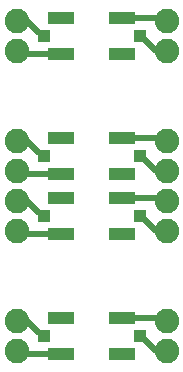
<source format=gbr>
G04 #@! TF.GenerationSoftware,KiCad,Pcbnew,(5.1.5)-3*
G04 #@! TF.CreationDate,2020-05-25T15:33:18-04:00*
G04 #@! TF.ProjectId,vuv4x2,76757634-7832-42e6-9b69-6361645f7063,rev?*
G04 #@! TF.SameCoordinates,Original*
G04 #@! TF.FileFunction,Copper,L2,Bot*
G04 #@! TF.FilePolarity,Positive*
%FSLAX46Y46*%
G04 Gerber Fmt 4.6, Leading zero omitted, Abs format (unit mm)*
G04 Created by KiCad (PCBNEW (5.1.5)-3) date 2020-05-25 15:33:18*
%MOMM*%
%LPD*%
G04 APERTURE LIST*
%ADD10R,2.200000X1.050000*%
%ADD11R,1.000000X1.000000*%
%ADD12C,2.082800*%
%ADD13C,0.508000*%
G04 APERTURE END LIST*
D10*
X101624000Y-62000000D03*
X101624000Y-65000000D03*
D11*
X103124000Y-63500000D03*
D10*
X101624000Y-72160000D03*
X101624000Y-75160000D03*
D11*
X103124000Y-73660000D03*
D10*
X101624000Y-77240000D03*
X101624000Y-80240000D03*
D11*
X103124000Y-78740000D03*
D10*
X101624000Y-87400000D03*
X101624000Y-90400000D03*
D11*
X103124000Y-88900000D03*
D10*
X96496000Y-90400000D03*
X96496000Y-87400000D03*
D11*
X94996000Y-88900000D03*
D10*
X96496000Y-80240000D03*
X96496000Y-77240000D03*
D11*
X94996000Y-78740000D03*
D10*
X96496000Y-75160000D03*
X96496000Y-72160000D03*
D11*
X94996000Y-73660000D03*
D10*
X96496000Y-65000000D03*
X96496000Y-62000000D03*
D11*
X94996000Y-63500000D03*
D12*
X92710000Y-62230000D03*
X92710000Y-64770000D03*
X92710000Y-72390000D03*
X92710000Y-74930000D03*
X105410000Y-74930000D03*
X105410000Y-72390000D03*
X105410000Y-64770000D03*
X105410000Y-62230000D03*
X92710000Y-77470000D03*
X92710000Y-80010000D03*
X92710000Y-87630000D03*
X92710000Y-90170000D03*
X105410000Y-90170000D03*
X105410000Y-87630000D03*
X105410000Y-80010000D03*
X105410000Y-77470000D03*
D13*
X92710000Y-62230000D02*
X93599000Y-62230000D01*
X93599000Y-62230000D02*
X94615000Y-63246000D01*
X94888000Y-65000000D02*
X94864000Y-65024000D01*
X96496000Y-65000000D02*
X94888000Y-65000000D01*
X94864000Y-65024000D02*
X92710000Y-65024000D01*
X92710000Y-72390000D02*
X93599000Y-72390000D01*
X92710000Y-77470000D02*
X93599000Y-77470000D01*
X92710000Y-87630000D02*
X93599000Y-87630000D01*
X96496000Y-75160000D02*
X94888000Y-75160000D01*
X96496000Y-80240000D02*
X94888000Y-80240000D01*
X96496000Y-90400000D02*
X94888000Y-90400000D01*
X93599000Y-72390000D02*
X94615000Y-73406000D01*
X93599000Y-77470000D02*
X94615000Y-78486000D01*
X93599000Y-87630000D02*
X94615000Y-88646000D01*
X94888000Y-75160000D02*
X94864000Y-75184000D01*
X94888000Y-80240000D02*
X94864000Y-80264000D01*
X94888000Y-90400000D02*
X94864000Y-90424000D01*
X94864000Y-75184000D02*
X92710000Y-75184000D01*
X94864000Y-80264000D02*
X92710000Y-80264000D01*
X94864000Y-90424000D02*
X92710000Y-90424000D01*
X105410000Y-90170000D02*
X104521000Y-90170000D01*
X101624000Y-87400000D02*
X103232000Y-87400000D01*
X104521000Y-90170000D02*
X103505000Y-89154000D01*
X103232000Y-87400000D02*
X103256000Y-87376000D01*
X101624000Y-72160000D02*
X103232000Y-72160000D01*
X101624000Y-77240000D02*
X103232000Y-77240000D01*
X103256000Y-87376000D02*
X105410000Y-87376000D01*
X105410000Y-74930000D02*
X104521000Y-74930000D01*
X105410000Y-64770000D02*
X104521000Y-64770000D01*
X105410000Y-80010000D02*
X104521000Y-80010000D01*
X101624000Y-62000000D02*
X103232000Y-62000000D01*
X104521000Y-80010000D02*
X103505000Y-78994000D01*
X104521000Y-74930000D02*
X103505000Y-73914000D01*
X104521000Y-64770000D02*
X103505000Y-63754000D01*
X103232000Y-77240000D02*
X103256000Y-77216000D01*
X103232000Y-72160000D02*
X103256000Y-72136000D01*
X103232000Y-62000000D02*
X103256000Y-61976000D01*
X103256000Y-77216000D02*
X105410000Y-77216000D01*
X103256000Y-72136000D02*
X105410000Y-72136000D01*
X103256000Y-61976000D02*
X105410000Y-61976000D01*
M02*

</source>
